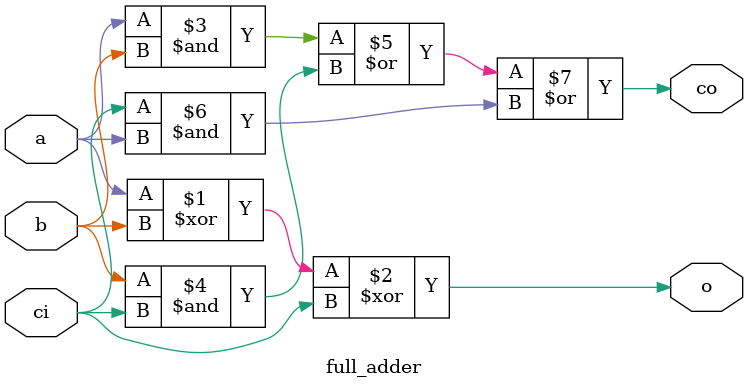
<source format=sv>
module full_adder (
    input  wire a,
    input  wire b,
    input  wire ci,
    output reg o,
    output reg co
);

  assign o = a ^ b ^ ci;
  assign co = (a & b) | (b & ci) | (ci & a);

endmodule

</source>
